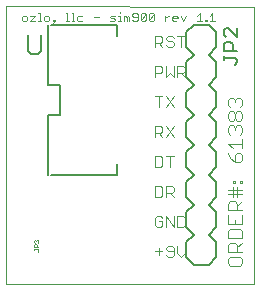
<source format=gto>
G75*
G70*
%OFA0B0*%
%FSLAX24Y24*%
%IPPOS*%
%LPD*%
%AMOC8*
5,1,8,0,0,1.08239X$1,22.5*
%
%ADD10C,0.0000*%
%ADD11C,0.0060*%
%ADD12C,0.0040*%
%ADD13C,0.0030*%
%ADD14C,0.0050*%
%ADD15C,0.0080*%
%ADD16C,0.0010*%
D10*
X000150Y000150D02*
X000150Y009402D01*
X008400Y009400D01*
X008400Y000150D01*
X000150Y000150D01*
D11*
X000984Y007824D02*
X001197Y007824D01*
X001304Y007930D01*
X001304Y008464D01*
X000877Y008464D02*
X000877Y007930D01*
X000984Y007824D01*
D12*
X001683Y008833D02*
X001770Y008920D01*
X001726Y008920D01*
X001726Y008963D01*
X001770Y008963D01*
X001770Y008920D01*
X001580Y008963D02*
X001580Y009050D01*
X001537Y009093D01*
X001450Y009093D01*
X001407Y009050D01*
X001407Y008963D01*
X001450Y008920D01*
X001537Y008920D01*
X001580Y008963D01*
X001309Y008920D02*
X001222Y008920D01*
X001266Y008920D02*
X001266Y009180D01*
X001222Y009180D01*
X001120Y009093D02*
X000946Y008920D01*
X001120Y008920D01*
X001120Y009093D02*
X000946Y009093D01*
X000843Y009050D02*
X000843Y008963D01*
X000800Y008920D01*
X000713Y008920D01*
X000670Y008963D01*
X000670Y009050D01*
X000713Y009093D01*
X000800Y009093D01*
X000843Y009050D01*
X002143Y008920D02*
X002230Y008920D01*
X002187Y008920D02*
X002187Y009180D01*
X002143Y009180D01*
X002327Y009180D02*
X002371Y009180D01*
X002371Y008920D01*
X002414Y008920D02*
X002327Y008920D01*
X002512Y008963D02*
X002555Y008920D01*
X002685Y008920D01*
X002685Y009093D02*
X002555Y009093D01*
X002512Y009050D01*
X002512Y008963D01*
X003064Y009050D02*
X003238Y009050D01*
X003617Y009050D02*
X003660Y009093D01*
X003790Y009093D01*
X003747Y009007D02*
X003660Y009007D01*
X003617Y009050D01*
X003617Y008920D02*
X003747Y008920D01*
X003790Y008963D01*
X003747Y009007D01*
X003893Y009093D02*
X003936Y009093D01*
X003936Y008920D01*
X003893Y008920D02*
X003979Y008920D01*
X004077Y008920D02*
X004077Y009093D01*
X004120Y009093D01*
X004164Y009050D01*
X004207Y009093D01*
X004250Y009050D01*
X004250Y008920D01*
X004164Y008920D02*
X004164Y009050D01*
X004353Y009093D02*
X004397Y009050D01*
X004527Y009050D01*
X004527Y008963D02*
X004527Y009137D01*
X004483Y009180D01*
X004397Y009180D01*
X004353Y009137D01*
X004353Y009093D01*
X004353Y008963D02*
X004397Y008920D01*
X004483Y008920D01*
X004527Y008963D01*
X004629Y008963D02*
X004629Y009137D01*
X004673Y009180D01*
X004759Y009180D01*
X004803Y009137D01*
X004629Y008963D01*
X004673Y008920D01*
X004759Y008920D01*
X004803Y008963D01*
X004803Y009137D01*
X004906Y009137D02*
X004949Y009180D01*
X005036Y009180D01*
X005079Y009137D01*
X004906Y008963D01*
X004949Y008920D01*
X005036Y008920D01*
X005079Y008963D01*
X005079Y009137D01*
X004906Y009137D02*
X004906Y008963D01*
X005458Y008920D02*
X005458Y009093D01*
X005458Y009007D02*
X005545Y009093D01*
X005588Y009093D01*
X005688Y009050D02*
X005732Y009093D01*
X005818Y009093D01*
X005862Y009050D01*
X005862Y009007D01*
X005688Y009007D01*
X005688Y009050D02*
X005688Y008963D01*
X005732Y008920D01*
X005818Y008920D01*
X005965Y009093D02*
X006051Y008920D01*
X006138Y009093D01*
X006517Y009093D02*
X006604Y009180D01*
X006604Y008920D01*
X006690Y008920D02*
X006517Y008920D01*
X006793Y008920D02*
X006837Y008920D01*
X006837Y008963D01*
X006793Y008963D01*
X006793Y008920D01*
X006931Y008920D02*
X007105Y008920D01*
X007018Y008920D02*
X007018Y009180D01*
X006931Y009093D01*
X007620Y006362D02*
X007697Y006362D01*
X007774Y006285D01*
X007851Y006362D01*
X007927Y006362D01*
X008004Y006285D01*
X008004Y006132D01*
X007927Y006055D01*
X007927Y005902D02*
X007851Y005902D01*
X007774Y005825D01*
X007774Y005671D01*
X007697Y005595D01*
X007620Y005595D01*
X007544Y005671D01*
X007544Y005825D01*
X007620Y005902D01*
X007697Y005902D01*
X007774Y005825D01*
X007774Y005671D02*
X007851Y005595D01*
X007927Y005595D01*
X008004Y005671D01*
X008004Y005825D01*
X007927Y005902D01*
X007774Y006209D02*
X007774Y006285D01*
X007620Y006362D02*
X007544Y006285D01*
X007544Y006132D01*
X007620Y006055D01*
X007620Y005441D02*
X007697Y005441D01*
X007774Y005364D01*
X007851Y005441D01*
X007927Y005441D01*
X008004Y005364D01*
X008004Y005211D01*
X007927Y005134D01*
X008004Y004981D02*
X008004Y004674D01*
X007927Y004520D02*
X007851Y004520D01*
X007774Y004444D01*
X007774Y004213D01*
X007927Y004213D01*
X008004Y004290D01*
X008004Y004444D01*
X007927Y004520D01*
X007697Y004674D02*
X007544Y004827D01*
X008004Y004827D01*
X007620Y005134D02*
X007544Y005211D01*
X007544Y005364D01*
X007620Y005441D01*
X007774Y005364D02*
X007774Y005288D01*
X007544Y004520D02*
X007620Y004367D01*
X007774Y004213D01*
X007774Y003600D02*
X007697Y003600D01*
X007697Y003523D01*
X007774Y003523D01*
X007774Y003600D01*
X007927Y003600D02*
X007927Y003523D01*
X008004Y003523D01*
X008004Y003600D01*
X007927Y003600D01*
X007851Y003369D02*
X007851Y003063D01*
X007697Y003063D02*
X007697Y003293D01*
X007697Y003369D01*
X007544Y003293D02*
X008004Y003293D01*
X008004Y003139D02*
X007544Y003139D01*
X007620Y002909D02*
X007774Y002909D01*
X007851Y002832D01*
X007851Y002602D01*
X007851Y002756D02*
X008004Y002909D01*
X008004Y002602D02*
X007544Y002602D01*
X007544Y002832D01*
X007620Y002909D01*
X007544Y002449D02*
X007544Y002142D01*
X008004Y002142D01*
X008004Y002449D01*
X007774Y002295D02*
X007774Y002142D01*
X007927Y001988D02*
X007620Y001988D01*
X007544Y001912D01*
X007544Y001681D01*
X008004Y001681D01*
X008004Y001912D01*
X007927Y001988D01*
X008004Y001528D02*
X007851Y001374D01*
X007851Y001451D02*
X007774Y001528D01*
X007620Y001528D01*
X007544Y001451D01*
X007544Y001221D01*
X008004Y001221D01*
X007927Y001067D02*
X007620Y001067D01*
X007544Y000991D01*
X007544Y000837D01*
X007620Y000761D01*
X007927Y000761D01*
X008004Y000837D01*
X008004Y000991D01*
X007927Y001067D01*
X007851Y001221D02*
X007851Y001451D01*
X003936Y009180D02*
X003936Y009224D01*
D13*
X005112Y008429D02*
X005112Y008059D01*
X005112Y008182D02*
X005297Y008182D01*
X005359Y008244D01*
X005359Y008367D01*
X005297Y008429D01*
X005112Y008429D01*
X005235Y008182D02*
X005359Y008059D01*
X005480Y008120D02*
X005542Y008059D01*
X005665Y008059D01*
X005727Y008120D01*
X005727Y008182D01*
X005665Y008244D01*
X005542Y008244D01*
X005480Y008306D01*
X005480Y008367D01*
X005542Y008429D01*
X005665Y008429D01*
X005727Y008367D01*
X005848Y008429D02*
X006095Y008429D01*
X005972Y008429D02*
X005972Y008059D01*
X006034Y007429D02*
X005848Y007429D01*
X005848Y007059D01*
X005727Y007059D02*
X005727Y007429D01*
X005848Y007182D02*
X006034Y007182D01*
X006095Y007244D01*
X006095Y007367D01*
X006034Y007429D01*
X005972Y007182D02*
X006095Y007059D01*
X005727Y007059D02*
X005604Y007182D01*
X005480Y007059D01*
X005480Y007429D01*
X005359Y007367D02*
X005359Y007244D01*
X005297Y007182D01*
X005112Y007182D01*
X005112Y007059D02*
X005112Y007429D01*
X005297Y007429D01*
X005359Y007367D01*
X005359Y006429D02*
X005112Y006429D01*
X005235Y006429D02*
X005235Y006059D01*
X005480Y006059D02*
X005727Y006429D01*
X005480Y006429D02*
X005727Y006059D01*
X005727Y005429D02*
X005480Y005059D01*
X005359Y005059D02*
X005235Y005182D01*
X005297Y005182D02*
X005112Y005182D01*
X005112Y005059D02*
X005112Y005429D01*
X005297Y005429D01*
X005359Y005367D01*
X005359Y005244D01*
X005297Y005182D01*
X005480Y005429D02*
X005727Y005059D01*
X005727Y004429D02*
X005480Y004429D01*
X005359Y004367D02*
X005297Y004429D01*
X005112Y004429D01*
X005112Y004059D01*
X005297Y004059D01*
X005359Y004120D01*
X005359Y004367D01*
X005604Y004429D02*
X005604Y004059D01*
X005665Y003429D02*
X005480Y003429D01*
X005480Y003059D01*
X005480Y003182D02*
X005665Y003182D01*
X005727Y003244D01*
X005727Y003367D01*
X005665Y003429D01*
X005604Y003182D02*
X005727Y003059D01*
X005359Y003120D02*
X005359Y003367D01*
X005297Y003429D01*
X005112Y003429D01*
X005112Y003059D01*
X005297Y003059D01*
X005359Y003120D01*
X005297Y002429D02*
X005174Y002429D01*
X005112Y002367D01*
X005112Y002120D01*
X005174Y002059D01*
X005297Y002059D01*
X005359Y002120D01*
X005359Y002244D01*
X005235Y002244D01*
X005359Y002367D02*
X005297Y002429D01*
X005480Y002429D02*
X005727Y002059D01*
X005727Y002429D01*
X005848Y002429D02*
X006034Y002429D01*
X006095Y002367D01*
X006095Y002120D01*
X006034Y002059D01*
X005848Y002059D01*
X005848Y002429D01*
X005480Y002429D02*
X005480Y002059D01*
X005542Y001429D02*
X005480Y001367D01*
X005480Y001306D01*
X005542Y001244D01*
X005727Y001244D01*
X005727Y001367D02*
X005665Y001429D01*
X005542Y001429D01*
X005727Y001367D02*
X005727Y001120D01*
X005665Y001059D01*
X005542Y001059D01*
X005480Y001120D01*
X005359Y001244D02*
X005112Y001244D01*
X005235Y001367D02*
X005235Y001120D01*
X005848Y001182D02*
X005972Y001059D01*
X006095Y001182D01*
X006095Y001429D01*
X005848Y001429D02*
X005848Y001182D01*
D14*
X003850Y003794D02*
X001650Y003794D01*
X001550Y003794D02*
X001550Y005794D01*
X001950Y005794D01*
X001950Y006794D01*
X001550Y006794D01*
X001550Y008794D01*
X001650Y008794D02*
X003850Y008794D01*
X003850Y008424D01*
X007395Y008463D02*
X007470Y008388D01*
X007395Y008463D02*
X007395Y008613D01*
X007470Y008689D01*
X007545Y008689D01*
X007845Y008388D01*
X007845Y008689D01*
X007620Y008228D02*
X007470Y008228D01*
X007395Y008153D01*
X007395Y007928D01*
X007845Y007928D01*
X007695Y007928D02*
X007695Y008153D01*
X007620Y008228D01*
X007395Y007768D02*
X007395Y007618D01*
X007395Y007693D02*
X007770Y007693D01*
X007845Y007618D01*
X007845Y007543D01*
X007770Y007468D01*
X003850Y004164D02*
X003850Y003794D01*
D15*
X006150Y004044D02*
X006150Y004544D01*
X006400Y004794D01*
X006150Y005044D01*
X006150Y005544D01*
X006400Y005794D01*
X006150Y006044D01*
X006150Y006544D01*
X006400Y006794D01*
X006150Y007044D01*
X006150Y007544D01*
X006400Y007794D01*
X006150Y008044D01*
X006150Y008544D01*
X006400Y008794D01*
X006900Y008794D01*
X007150Y008544D01*
X007150Y008044D01*
X006900Y007794D01*
X007150Y007544D01*
X007150Y007044D01*
X006900Y006794D01*
X007150Y006544D01*
X007150Y006044D01*
X006900Y005794D01*
X007150Y005544D01*
X007150Y005044D01*
X006900Y004794D01*
X007150Y004544D01*
X007150Y004044D01*
X006900Y003794D01*
X007150Y003544D01*
X007150Y003044D01*
X006900Y002794D01*
X007150Y002544D01*
X007150Y002044D01*
X006900Y001794D01*
X007150Y001544D01*
X007150Y001044D01*
X006900Y000794D01*
X006400Y000794D01*
X006150Y001044D01*
X006150Y001544D01*
X006400Y001794D01*
X006150Y002044D01*
X006150Y002544D01*
X006400Y002794D01*
X006150Y003044D01*
X006150Y003544D01*
X006400Y003794D01*
X006150Y004044D01*
D16*
X001220Y001600D02*
X001220Y001549D01*
X001195Y001524D01*
X001145Y001477D02*
X001170Y001452D01*
X001170Y001377D01*
X001220Y001377D02*
X001070Y001377D01*
X001070Y001452D01*
X001095Y001477D01*
X001145Y001477D01*
X001095Y001524D02*
X001070Y001549D01*
X001070Y001600D01*
X001095Y001625D01*
X001120Y001625D01*
X001145Y001600D01*
X001170Y001625D01*
X001195Y001625D01*
X001220Y001600D01*
X001145Y001600D02*
X001145Y001574D01*
X001070Y001330D02*
X001070Y001280D01*
X001070Y001305D02*
X001195Y001305D01*
X001220Y001280D01*
X001220Y001255D01*
X001195Y001230D01*
M02*

</source>
